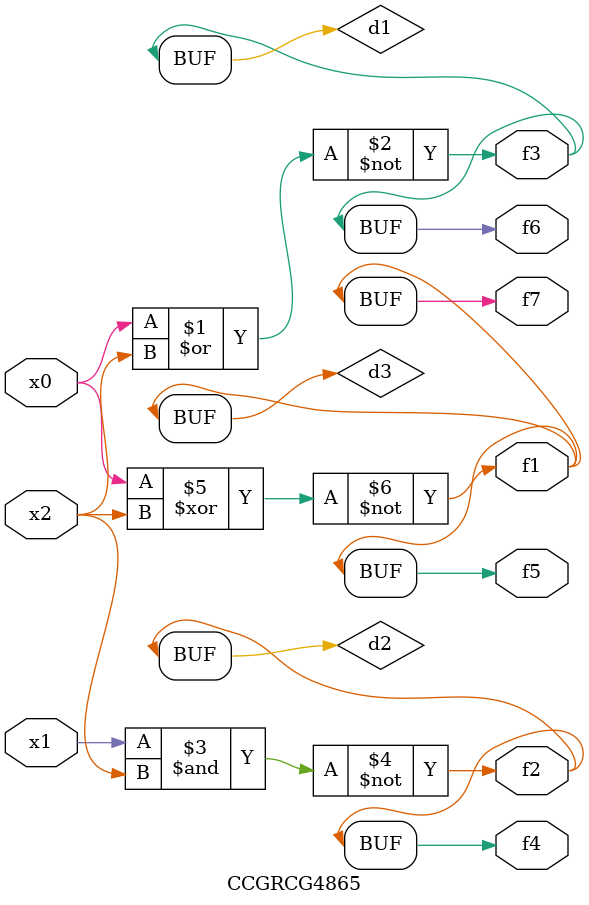
<source format=v>
module CCGRCG4865(
	input x0, x1, x2,
	output f1, f2, f3, f4, f5, f6, f7
);

	wire d1, d2, d3;

	nor (d1, x0, x2);
	nand (d2, x1, x2);
	xnor (d3, x0, x2);
	assign f1 = d3;
	assign f2 = d2;
	assign f3 = d1;
	assign f4 = d2;
	assign f5 = d3;
	assign f6 = d1;
	assign f7 = d3;
endmodule

</source>
